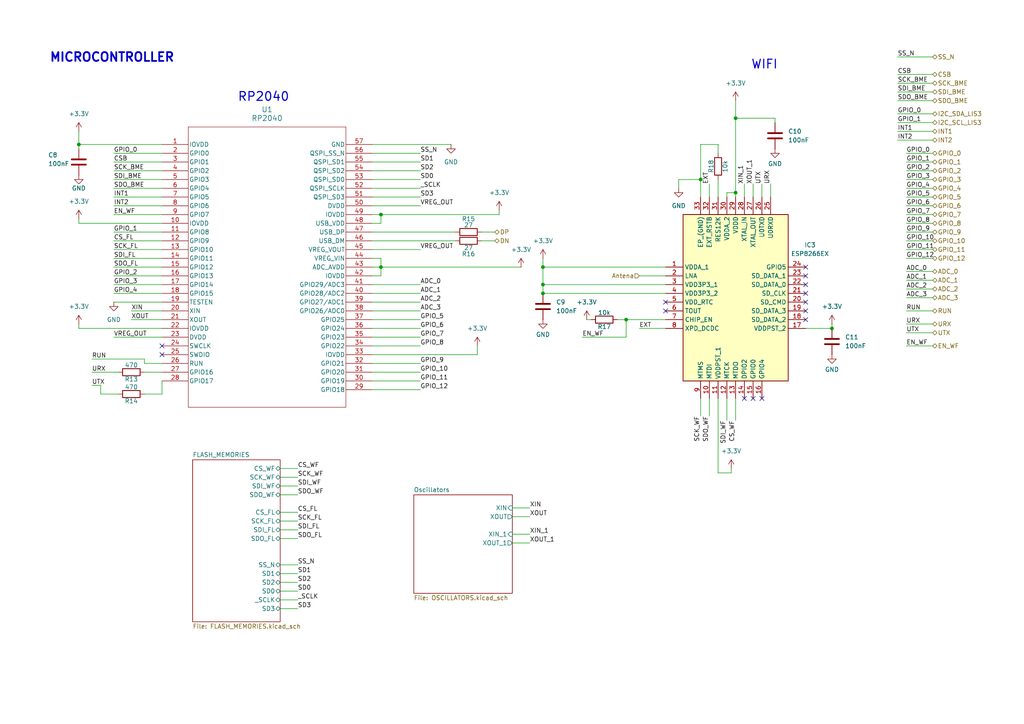
<source format=kicad_sch>
(kicad_sch (version 20250114) (generator "eeschema") (generator_version "9.0")
  (paper "A4")
  (lib_symbols
    (symbol "2025-03-27_17-58-44:RP2040" (pin_names (offset 0.254))
      (property "Reference" "U" (at 30.48 10.16 0))
      (property "Value" "RP2040" (at 30.48 7.62 0))
      (symbol "RP2040_0_1"
        (polyline (pts (xy 7.62 5.08) (xy 7.62 -76.2)) (stroke (width 0.127)))
        (polyline (pts (xy 7.62 -76.2) (xy 53.34 -76.2)) (stroke (width 0.127)))
        (polyline (pts (xy 53.34 5.08) (xy 7.62 5.08)) (stroke (width 0.127)))
        (polyline (pts (xy 53.34 -76.2) (xy 53.34 5.08)) (stroke (width 0.127)))
        (pin power_in line (at 0 0 0) (length 7.62) (name "IOVDD") (number "1"))
        (pin bidirectional line (at 0 -2.54 0) (length 7.62) (name "GPIO0") (number "2"))
        (pin bidirectional line (at 0 -5.08 0) (length 7.62) (name "GPIO1") (number "3"))
        (pin bidirectional line (at 0 -7.62 0) (length 7.62) (name "GPIO2") (number "4"))
        (pin bidirectional line (at 0 -10.16 0) (length 7.62) (name "GPIO3") (number "5"))
        (pin bidirectional line (at 0 -12.7 0) (length 7.62) (name "GPIO4") (number "6"))
        (pin bidirectional line (at 0 -15.24 0) (length 7.62) (name "GPIO5") (number "7"))
        (pin bidirectional line (at 0 -17.78 0) (length 7.62) (name "GPIO6") (number "8"))
        (pin bidirectional line (at 0 -20.32 0) (length 7.62) (name "GPIO7") (number "9"))
        (pin power_in line (at 0 -22.86 0) (length 7.62) (name "IOVDD") (number "10"))
        (pin bidirectional line (at 0 -25.4 0) (length 7.62) (name "GPIO8") (number "11"))
        (pin bidirectional line (at 0 -27.94 0) (length 7.62) (name "GPIO9") (number "12"))
        (pin bidirectional line (at 0 -30.48 0) (length 7.62) (name "GPIO10") (number "13"))
        (pin bidirectional line (at 0 -33.02 0) (length 7.62) (name "GPIO11") (number "14"))
        (pin bidirectional line (at 0 -35.56 0) (length 7.62) (name "GPIO12") (number "15"))
        (pin bidirectional line (at 0 -38.1 0) (length 7.62) (name "GPIO13") (number "16"))
        (pin bidirectional line (at 0 -40.64 0) (length 7.62) (name "GPIO14") (number "17"))
        (pin bidirectional line (at 0 -43.18 0) (length 7.62) (name "GPIO15") (number "18"))
        (pin unspecified line (at 0 -45.72 0) (length 7.62) (name "TESTEN") (number "19"))
        (pin unspecified line (at 0 -48.26 0) (length 7.62) (name "XIN") (number "20"))
        (pin output line (at 0 -50.8 0) (length 7.62) (name "XOUT") (number "21"))
        (pin power_in line (at 0 -53.34 0) (length 7.62) (name "IOVDD") (number "22"))
        (pin power_in line (at 0 -55.88 0) (length 7.62) (name "DVDD") (number "23"))
        (pin unspecified line (at 0 -58.42 0) (length 7.62) (name "SWCLK") (number "24"))
        (pin unspecified line (at 0 -60.96 0) (length 7.62) (name "SWDIO") (number "25"))
        (pin unspecified line (at 0 -63.5 0) (length 7.62) (name "RUN") (number "26"))
        (pin bidirectional line (at 0 -66.04 0) (length 7.62) (name "GPIO16") (number "27"))
        (pin bidirectional line (at 0 -68.58 0) (length 7.62) (name "GPIO17") (number "28"))
        (pin power_out line (at 60.96 0 180) (length 7.62) (name "GND") (number "57"))
        (pin unspecified line (at 60.96 -2.54 180) (length 7.62) (name "QSPI_SS_N") (number "56"))
        (pin bidirectional line (at 60.96 -5.08 180) (length 7.62) (name "QSPI_SD1") (number "55"))
        (pin bidirectional line (at 60.96 -7.62 180) (length 7.62) (name "QSPI_SD2") (number "54"))
        (pin bidirectional line (at 60.96 -10.16 180) (length 7.62) (name "QSPI_SD0") (number "53"))
        (pin unspecified line (at 60.96 -12.7 180) (length 7.62) (name "QSPI_SCLK") (number "52"))
        (pin bidirectional line (at 60.96 -15.24 180) (length 7.62) (name "QSPI_SD3") (number "51"))
        (pin power_in line (at 60.96 -17.78 180) (length 7.62) (name "DVDD") (number "50"))
        (pin power_in line (at 60.96 -20.32 180) (length 7.62) (name "IOVDD") (number "49"))
        (pin power_in line (at 60.96 -22.86 180) (length 7.62) (name "USB_VDD") (number "48"))
        (pin unspecified line (at 60.96 -25.4 180) (length 7.62) (name "USB_DP") (number "47"))
        (pin unspecified line (at 60.96 -27.94 180) (length 7.62) (name "USB_DM") (number "46"))
        (pin output line (at 60.96 -30.48 180) (length 7.62) (name "VREG_VOUT") (number "45"))
        (pin unspecified line (at 60.96 -33.02 180) (length 7.62) (name "VREG_VIN") (number "44"))
        (pin power_in line (at 60.96 -35.56 180) (length 7.62) (name "ADC_AVDD") (number "43"))
        (pin power_in line (at 60.96 -38.1 180) (length 7.62) (name "IOVDD") (number "42"))
        (pin bidirectional line (at 60.96 -40.64 180) (length 7.62) (name "GPIO29/ADC3") (number "41"))
        (pin bidirectional line (at 60.96 -43.18 180) (length 7.62) (name "GPIO28/ADC2") (number "40"))
        (pin bidirectional line (at 60.96 -45.72 180) (length 7.62) (name "GPIO27/ADC1") (number "39"))
        (pin bidirectional line (at 60.96 -48.26 180) (length 7.62) (name "GPIO26/ADC0") (number "38"))
        (pin bidirectional line (at 60.96 -50.8 180) (length 7.62) (name "GPIO25") (number "37"))
        (pin bidirectional line (at 60.96 -53.34 180) (length 7.62) (name "GPIO24") (number "36"))
        (pin bidirectional line (at 60.96 -55.88 180) (length 7.62) (name "GPIO23") (number "35"))
        (pin bidirectional line (at 60.96 -58.42 180) (length 7.62) (name "GPIO22") (number "34"))
        (pin power_in line (at 60.96 -60.96 180) (length 7.62) (name "IOVDD") (number "33"))
        (pin bidirectional line (at 60.96 -63.5 180) (length 7.62) (name "GPIO21") (number "32"))
        (pin bidirectional line (at 60.96 -66.04 180) (length 7.62) (name "GPIO20") (number "31"))
        (pin bidirectional line (at 60.96 -68.58 180) (length 7.62) (name "GPIO19") (number "30"))
        (pin bidirectional line (at 60.96 -71.12 180) (length 7.62) (name "GPIO18") (number "29"))
      )
    )
    (symbol "Device:C" (pin_numbers (hide yes)) (pin_names (offset 0.254))
      (property "Reference" "C" (at 0.635 2.54 0))
      (property "Value" "C" (at 0.635 -2.54 0))
      (symbol "C_0_1"
        (polyline (pts (xy -2.032 0.762) (xy 2.032 0.762)) (stroke (width 0.508)))
        (polyline (pts (xy -2.032 -0.762) (xy 2.032 -0.762)) (stroke (width 0.508)))
      )
      (symbol "C_1_1"
        (pin passive line (at 0 3.81 270) (length 2.794) (name "~") (number "1"))
        (pin passive line (at 0 -3.81 90) (length 2.794) (name "~") (number "2"))
      )
    )
    (symbol "Device:R" (pin_numbers (hide yes)) (pin_names (offset 0))
      (property "Reference" "R" (at 2.032 0 90))
      (property "Value" "R" (at 0 0 90))
      (symbol "R_0_1"
        (rectangle (start -1.016 -2.54) (end 1.016 2.54) (stroke (width 0.254)))
      )
      (symbol "R_1_1"
        (pin passive line (at 0 3.81 270) (length 1.27) (name "~") (number "1"))
        (pin passive line (at 0 -3.81 90) (length 1.27) (name "~") (number "2"))
      )
    )
    (symbol "ESP8266EX:ESP8266EX"
      (property "Reference" "IC" (at 36.83 20.32 0))
      (property "Value" "ESP8266EX" (at 36.83 17.78 0))
      (symbol "ESP8266EX_1_1"
        (rectangle (start 5.08 15.24) (end 35.56 -33.02) (stroke (width 0.254)) (fill (type background)))
        (pin passive line (at 0 0 0) (length 5.08) (name "VDDA_1") (number "1"))
        (pin passive line (at 0 -2.54 0) (length 5.08) (name "LNA") (number "2"))
        (pin passive line (at 0 -5.08 0) (length 5.08) (name "VDD3P3_1") (number "3"))
        (pin passive line (at 0 -7.62 0) (length 5.08) (name "VDD3P3_2") (number "4"))
        (pin passive line (at 0 -10.16 0) (length 5.08) (name "VDD_RTC") (number "5"))
        (pin passive line (at 0 -12.7 0) (length 5.08) (name "TOUT") (number "6"))
        (pin passive line (at 0 -15.24 0) (length 5.08) (name "CHIP_EN") (number "7"))
        (pin passive line (at 0 -17.78 0) (length 5.08) (name "XPD_DCDC") (number "8"))
        (pin passive line (at 10.16 20.32 270) (length 5.08) (name "EP_(GND)") (number "33"))
        (pin passive line (at 10.16 -38.1 90) (length 5.08) (name "MTMS") (number "9"))
        (pin passive line (at 12.7 20.32 270) (length 5.08) (name "EXT_RSTB") (number "32"))
        (pin passive line (at 12.7 -38.1 90) (length 5.08) (name "MTDI") (number "10"))
        (pin passive line (at 15.24 20.32 270) (length 5.08) (name "RES12K") (number "31"))
        (pin passive line (at 15.24 -38.1 90) (length 5.08) (name "VDDPST_1") (number "11"))
        (pin passive line (at 17.78 20.32 270) (length 5.08) (name "VDDA_2") (number "30"))
        (pin passive line (at 17.78 -38.1 90) (length 5.08) (name "MTCK") (number "12"))
        (pin passive line (at 20.32 20.32 270) (length 5.08) (name "VDDD") (number "29"))
        (pin passive line (at 20.32 -38.1 90) (length 5.08) (name "MTDO") (number "13"))
        (pin passive line (at 22.86 20.32 270) (length 5.08) (name "XTAL_IN") (number "28"))
        (pin passive line (at 22.86 -38.1 90) (length 5.08) (name "DPIO2") (number "14"))
        (pin passive line (at 25.4 20.32 270) (length 5.08) (name "XTAL_OUT") (number "27"))
        (pin passive line (at 25.4 -38.1 90) (length 5.08) (name "GPIO0") (number "15"))
        (pin passive line (at 27.94 20.32 270) (length 5.08) (name "U0TXD") (number "26"))
        (pin passive line (at 27.94 -38.1 90) (length 5.08) (name "GPIO4") (number "16"))
        (pin passive line (at 30.48 20.32 270) (length 5.08) (name "U0RXD") (number "25"))
        (pin passive line (at 40.64 0 180) (length 5.08) (name "GPIO5") (number "24"))
        (pin passive line (at 40.64 -2.54 180) (length 5.08) (name "SD_DATA_1") (number "23"))
        (pin passive line (at 40.64 -5.08 180) (length 5.08) (name "SD_DATA_0") (number "22"))
        (pin passive line (at 40.64 -7.62 180) (length 5.08) (name "SD_CLK") (number "21"))
        (pin passive line (at 40.64 -10.16 180) (length 5.08) (name "SD_CMD") (number "20"))
        (pin passive line (at 40.64 -12.7 180) (length 5.08) (name "SD_DATA_3") (number "19"))
        (pin passive line (at 40.64 -15.24 180) (length 5.08) (name "SD_DATA_2") (number "18"))
        (pin passive line (at 40.64 -17.78 180) (length 5.08) (name "VDDPST_2") (number "17"))
      )
    )
    (symbol "power:+3.3V" (power) (pin_numbers (hide yes)) (pin_names (offset 0) (hide yes))
      (property "Value" "+3.3V" (at 0 3.556 0))
      (symbol "+3.3V_0_1"
        (polyline (pts (xy -0.762 1.27) (xy 0 2.54)))
        (polyline (pts (xy 0 2.54) (xy 0.762 1.27)))
        (polyline (pts (xy 0 0) (xy 0 2.54)))
      )
      (symbol "+3.3V_1_1"
        (pin power_in line (at 0 0 90) (length 0) (name "~") (number "1"))
      )
    )
    (symbol "power:GND" (power) (pin_numbers (hide yes)) (pin_names (offset 0) (hide yes))
      (property "Value" "GND" (at 0 -3.81 0))
      (symbol "GND_0_1"
        (polyline (pts (xy 0 0) (xy 0 -1.27) (xy 1.27 -1.27) (xy 0 -2.54) (xy -1.27 -1.27) (xy 0 -1.27)))
      )
      (symbol "GND_1_1"
        (pin power_in line (at 0 0 270) (length 0) (name "~") (number "1"))
      )
    )
  )
  (text "MICROCONTROLLER" (exclude_from_sim yes) (at 32.512 16.764 0) (effects (font (size 2.54 2.54) (thickness 0.508) (bold yes))))
  (text "RP2040" (exclude_from_sim yes) (at 76.454 28.194 0) (effects (font (size 2.54 2.54) (thickness 0.3175))))
  (text "WIFI\n" (exclude_from_sim yes) (at 221.742 18.796 0) (effects (font (size 2.54 2.54) (thickness 0.3175))))
  (junction (at 181.61 92.71))
  (junction (at 110.49 77.47))
  (junction (at 213.36 34.29))
  (junction (at 203.2 52.07))
  (junction (at 157.48 82.55))
  (junction (at 22.86 41.91))
  (junction (at 213.36 55.88))
  (junction (at 110.49 62.23))
  (junction (at 157.48 85.09))
  (junction (at 157.48 77.47))
  (junction (at 241.3 95.25))
  (no_connect (at 193.04 87.63))
  (no_connect (at 233.68 92.71))
  (no_connect (at 46.99 102.87))
  (no_connect (at 233.68 77.47))
  (no_connect (at 46.99 100.33))
  (no_connect (at 215.9 115.57))
  (no_connect (at 220.98 115.57))
  (no_connect (at 233.68 80.01))
  (no_connect (at 233.68 90.17))
  (no_connect (at 233.68 85.09))
  (no_connect (at 193.04 90.17))
  (no_connect (at 233.68 87.63))
  (no_connect (at 233.68 82.55))
  (no_connect (at 218.44 115.57))
  (wire (pts (xy 38.1 90.17) (xy 46.99 90.17)))
  (wire (pts (xy 262.89 83.82) (xy 270.51 83.82)))
  (wire (pts (xy 107.95 107.95) (xy 121.92 107.95)))
  (wire (pts (xy 41.91 107.95) (xy 46.99 107.95)))
  (wire (pts (xy 33.02 46.99) (xy 46.99 46.99)))
  (wire (pts (xy 138.43 100.33) (xy 138.43 102.87)))
  (wire (pts (xy 107.95 90.17) (xy 121.92 90.17)))
  (wire (pts (xy 86.36 173.99) (xy 81.28 173.99)))
  (wire (pts (xy 153.67 157.48) (xy 148.59 157.48)))
  (wire (pts (xy 220.98 53.34) (xy 220.98 57.15)))
  (wire (pts (xy 260.35 40.64) (xy 270.51 40.64)))
  (wire (pts (xy 110.49 62.23) (xy 144.78 62.23)))
  (wire (pts (xy 210.82 55.88) (xy 213.36 55.88)))
  (wire (pts (xy 22.86 95.25) (xy 46.99 95.25)))
  (wire (pts (xy 107.95 41.91) (xy 130.81 41.91)))
  (wire (pts (xy 110.49 77.47) (xy 151.13 77.47)))
  (wire (pts (xy 208.28 115.57) (xy 208.28 137.16)))
  (wire (pts (xy 262.89 90.17) (xy 270.51 90.17)))
  (wire (pts (xy 262.89 100.33) (xy 270.51 100.33)))
  (wire (pts (xy 107.95 46.99) (xy 121.92 46.99)))
  (wire (pts (xy 208.28 52.07) (xy 208.28 57.15)))
  (wire (pts (xy 181.61 97.79) (xy 181.61 92.71)))
  (wire (pts (xy 26.67 104.14) (xy 41.91 104.14)))
  (wire (pts (xy 170.18 92.71) (xy 171.45 92.71)))
  (wire (pts (xy 203.2 41.91) (xy 203.2 52.07)))
  (wire (pts (xy 212.09 137.16) (xy 212.09 135.89)))
  (wire (pts (xy 210.82 55.88) (xy 210.82 57.15)))
  (wire (pts (xy 262.89 74.93) (xy 270.51 74.93)))
  (wire (pts (xy 260.35 26.67) (xy 270.51 26.67)))
  (wire (pts (xy 208.28 41.91) (xy 203.2 41.91)))
  (wire (pts (xy 107.95 77.47) (xy 110.49 77.47)))
  (wire (pts (xy 205.74 120.65) (xy 205.74 115.57)))
  (wire (pts (xy 41.91 105.41) (xy 46.99 105.41)))
  (wire (pts (xy 139.7 69.85) (xy 143.51 69.85)))
  (wire (pts (xy 107.95 69.85) (xy 132.08 69.85)))
  (wire (pts (xy 270.51 93.98) (xy 262.89 93.98)))
  (wire (pts (xy 208.28 41.91) (xy 208.28 44.45)))
  (wire (pts (xy 262.89 46.99) (xy 270.51 46.99)))
  (wire (pts (xy 107.95 92.71) (xy 121.92 92.71)))
  (wire (pts (xy 185.42 80.01) (xy 193.04 80.01)))
  (wire (pts (xy 262.89 81.28) (xy 270.51 81.28)))
  (wire (pts (xy 107.95 105.41) (xy 121.92 105.41)))
  (wire (pts (xy 107.95 74.93) (xy 110.49 74.93)))
  (wire (pts (xy 262.89 57.15) (xy 270.51 57.15)))
  (wire (pts (xy 86.36 143.51) (xy 81.28 143.51)))
  (wire (pts (xy 260.35 24.13) (xy 270.51 24.13)))
  (wire (pts (xy 262.89 62.23) (xy 270.51 62.23)))
  (wire (pts (xy 262.89 72.39) (xy 270.51 72.39)))
  (wire (pts (xy 260.35 16.51) (xy 270.51 16.51)))
  (wire (pts (xy 33.02 80.01) (xy 46.99 80.01)))
  (wire (pts (xy 107.95 72.39) (xy 121.92 72.39)))
  (wire (pts (xy 107.95 110.49) (xy 121.92 110.49)))
  (wire (pts (xy 107.95 85.09) (xy 121.92 85.09)))
  (wire (pts (xy 241.3 93.98) (xy 241.3 95.25)))
  (wire (pts (xy 86.36 151.13) (xy 81.28 151.13)))
  (wire (pts (xy 33.02 49.53) (xy 46.99 49.53)))
  (wire (pts (xy 223.52 53.34) (xy 223.52 57.15)))
  (wire (pts (xy 22.86 38.1) (xy 22.86 41.91)))
  (wire (pts (xy 26.67 107.95) (xy 34.29 107.95)))
  (wire (pts (xy 33.02 62.23) (xy 46.99 62.23)))
  (wire (pts (xy 29.21 114.3) (xy 34.29 114.3)))
  (wire (pts (xy 262.89 52.07) (xy 270.51 52.07)))
  (wire (pts (xy 22.86 41.91) (xy 46.99 41.91)))
  (wire (pts (xy 153.67 149.86) (xy 148.59 149.86)))
  (wire (pts (xy 33.02 52.07) (xy 46.99 52.07)))
  (wire (pts (xy 86.36 168.91) (xy 81.28 168.91)))
  (wire (pts (xy 157.48 85.09) (xy 157.48 82.55)))
  (wire (pts (xy 33.02 69.85) (xy 46.99 69.85)))
  (wire (pts (xy 86.36 138.43) (xy 81.28 138.43)))
  (wire (pts (xy 107.95 67.31) (xy 132.08 67.31)))
  (wire (pts (xy 33.02 77.47) (xy 46.99 77.47)))
  (wire (pts (xy 196.85 52.07) (xy 196.85 54.61)))
  (wire (pts (xy 215.9 53.34) (xy 215.9 57.15)))
  (wire (pts (xy 86.36 148.59) (xy 81.28 148.59)))
  (wire (pts (xy 262.89 54.61) (xy 270.51 54.61)))
  (wire (pts (xy 260.35 38.1) (xy 270.51 38.1)))
  (wire (pts (xy 185.42 95.25) (xy 193.04 95.25)))
  (wire (pts (xy 22.86 63.5) (xy 22.86 64.77)))
  (wire (pts (xy 33.02 44.45) (xy 46.99 44.45)))
  (wire (pts (xy 196.85 52.07) (xy 203.2 52.07)))
  (wire (pts (xy 262.89 44.45) (xy 270.51 44.45)))
  (wire (pts (xy 168.91 97.79) (xy 181.61 97.79)))
  (wire (pts (xy 262.89 69.85) (xy 270.51 69.85)))
  (wire (pts (xy 260.35 35.56) (xy 270.51 35.56)))
  (wire (pts (xy 260.35 21.59) (xy 270.51 21.59)))
  (wire (pts (xy 107.95 44.45) (xy 121.92 44.45)))
  (wire (pts (xy 153.67 147.32) (xy 148.59 147.32)))
  (wire (pts (xy 46.99 114.3) (xy 46.99 110.49)))
  (wire (pts (xy 107.95 97.79) (xy 121.92 97.79)))
  (wire (pts (xy 213.36 121.92) (xy 213.36 115.57)))
  (wire (pts (xy 22.86 93.98) (xy 22.86 95.25)))
  (wire (pts (xy 107.95 102.87) (xy 138.43 102.87)))
  (wire (pts (xy 205.74 53.34) (xy 205.74 57.15)))
  (wire (pts (xy 157.48 77.47) (xy 157.48 82.55)))
  (wire (pts (xy 157.48 85.09) (xy 193.04 85.09)))
  (wire (pts (xy 107.95 113.03) (xy 121.92 113.03)))
  (wire (pts (xy 203.2 120.65) (xy 203.2 115.57)))
  (wire (pts (xy 157.48 82.55) (xy 193.04 82.55)))
  (wire (pts (xy 26.67 111.76) (xy 29.21 111.76)))
  (wire (pts (xy 22.86 64.77) (xy 46.99 64.77)))
  (wire (pts (xy 110.49 62.23) (xy 110.49 64.77)))
  (wire (pts (xy 218.44 53.34) (xy 218.44 57.15)))
  (wire (pts (xy 262.89 86.36) (xy 270.51 86.36)))
  (wire (pts (xy 212.09 137.16) (xy 208.28 137.16)))
  (wire (pts (xy 107.95 52.07) (xy 121.92 52.07)))
  (wire (pts (xy 107.95 100.33) (xy 121.92 100.33)))
  (wire (pts (xy 33.02 72.39) (xy 46.99 72.39)))
  (wire (pts (xy 203.2 52.07) (xy 203.2 57.15)))
  (wire (pts (xy 107.95 95.25) (xy 121.92 95.25)))
  (wire (pts (xy 33.02 54.61) (xy 46.99 54.61)))
  (wire (pts (xy 86.36 166.37) (xy 81.28 166.37)))
  (wire (pts (xy 107.95 49.53) (xy 121.92 49.53)))
  (wire (pts (xy 33.02 74.93) (xy 46.99 74.93)))
  (wire (pts (xy 86.36 171.45) (xy 81.28 171.45)))
  (wire (pts (xy 33.02 57.15) (xy 46.99 57.15)))
  (wire (pts (xy 86.36 153.67) (xy 81.28 153.67)))
  (wire (pts (xy 144.78 60.96) (xy 144.78 62.23)))
  (wire (pts (xy 33.02 59.69) (xy 46.99 59.69)))
  (wire (pts (xy 110.49 74.93) (xy 110.49 77.47)))
  (wire (pts (xy 41.91 104.14) (xy 41.91 105.41)))
  (wire (pts (xy 107.95 59.69) (xy 121.92 59.69)))
  (wire (pts (xy 107.95 54.61) (xy 121.92 54.61)))
  (wire (pts (xy 110.49 77.47) (xy 110.49 80.01)))
  (wire (pts (xy 107.95 62.23) (xy 110.49 62.23)))
  (wire (pts (xy 179.07 92.71) (xy 181.61 92.71)))
  (wire (pts (xy 262.89 49.53) (xy 270.51 49.53)))
  (wire (pts (xy 33.02 85.09) (xy 46.99 85.09)))
  (wire (pts (xy 33.02 67.31) (xy 46.99 67.31)))
  (wire (pts (xy 107.95 80.01) (xy 110.49 80.01)))
  (wire (pts (xy 86.36 156.21) (xy 81.28 156.21)))
  (wire (pts (xy 210.82 121.92) (xy 210.82 115.57)))
  (wire (pts (xy 107.95 82.55) (xy 121.92 82.55)))
  (wire (pts (xy 260.35 29.21) (xy 270.51 29.21)))
  (wire (pts (xy 107.95 87.63) (xy 121.92 87.63)))
  (wire (pts (xy 233.68 95.25) (xy 241.3 95.25)))
  (wire (pts (xy 107.95 57.15) (xy 121.92 57.15)))
  (wire (pts (xy 33.02 82.55) (xy 46.99 82.55)))
  (wire (pts (xy 33.02 97.79) (xy 46.99 97.79)))
  (wire (pts (xy 86.36 176.53) (xy 81.28 176.53)))
  (wire (pts (xy 86.36 163.83) (xy 81.28 163.83)))
  (wire (pts (xy 262.89 78.74) (xy 270.51 78.74)))
  (wire (pts (xy 22.86 41.91) (xy 22.86 43.18)))
  (wire (pts (xy 213.36 57.15) (xy 213.36 55.88)))
  (wire (pts (xy 213.36 34.29) (xy 213.36 55.88)))
  (wire (pts (xy 157.48 74.93) (xy 157.48 77.47)))
  (wire (pts (xy 29.21 111.76) (xy 29.21 114.3)))
  (wire (pts (xy 153.67 154.94) (xy 148.59 154.94)))
  (wire (pts (xy 262.89 67.31) (xy 270.51 67.31)))
  (wire (pts (xy 86.36 140.97) (xy 81.28 140.97)))
  (wire (pts (xy 86.36 135.89) (xy 81.28 135.89)))
  (wire (pts (xy 213.36 34.29) (xy 224.79 34.29)))
  (wire (pts (xy 262.89 59.69) (xy 270.51 59.69)))
  (wire (pts (xy 270.51 96.52) (xy 262.89 96.52)))
  (wire (pts (xy 38.1 92.71) (xy 46.99 92.71)))
  (wire (pts (xy 107.95 64.77) (xy 110.49 64.77)))
  (wire (pts (xy 224.79 35.56) (xy 224.79 34.29)))
  (wire (pts (xy 260.35 33.02) (xy 270.51 33.02)))
  (wire (pts (xy 157.48 77.47) (xy 193.04 77.47)))
  (wire (pts (xy 213.36 29.21) (xy 213.36 34.29)))
  (wire (pts (xy 181.61 92.71) (xy 193.04 92.71)))
  (wire (pts (xy 33.02 87.63) (xy 46.99 87.63)))
  (wire (pts (xy 139.7 67.31) (xy 143.51 67.31)))
  (wire (pts (xy 262.89 64.77) (xy 270.51 64.77)))
  (wire (pts (xy 41.91 114.3) (xy 46.99 114.3)))
  (label "SD2" (at 86.36 168.91 0))
  (label "XIN" (at 153.67 147.32 0))
  (label "XOUT_1" (at 153.67 157.48 0))
  (label "GPIO_3" (at 262.89 52.07 0))
  (label "SD3" (at 121.92 57.15 0))
  (label "ADC_2" (at 262.89 83.82 0))
  (label "SS_N" (at 121.92 44.45 0))
  (label "SD3" (at 86.36 176.53 0))
  (label "RUN" (at 262.89 90.17 0))
  (label "URX" (at 223.52 53.34 90))
  (label "SCK_FL" (at 33.02 72.39 0))
  (label "CS_FL" (at 86.36 148.59 0))
  (label "GPIO_9" (at 121.92 105.41 0))
  (label "EN_WF" (at 262.89 100.33 0))
  (label "INT2" (at 260.35 40.64 0))
  (label "GPIO_10" (at 262.89 69.85 0))
  (label "SD0" (at 86.36 171.45 0))
  (label "SS_N" (at 260.35 16.51 0))
  (label "SDO_WF" (at 86.36 143.51 0))
  (label "GPIO_11" (at 262.89 72.39 0))
  (label "SDI_FL" (at 86.36 153.67 0))
  (label "GPIO_12" (at 121.92 113.03 0))
  (label "SCK_FL" (at 86.36 151.13 0))
  (label "UTX" (at 262.89 96.52 0))
  (label "VREG_OUT" (at 121.92 59.69 0))
  (label "INT2" (at 33.02 59.69 0))
  (label "GPIO_2" (at 262.89 49.53 0))
  (label "SCK_WF" (at 203.2 120.65 270))
  (label "XOUT" (at 153.67 149.86 0))
  (label "SD2" (at 121.92 49.53 0))
  (label "XIN_1" (at 153.67 154.94 0))
  (label "XIN" (at 38.1 90.17 0))
  (label "GPIO_8" (at 262.89 64.77 0))
  (label "URX" (at 262.89 93.98 0))
  (label "SCK_BME" (at 260.35 24.13 0))
  (label "CSB" (at 33.02 46.99 0))
  (label "SDO_BME" (at 33.02 54.61 0))
  (label "EN_WF" (at 168.91 97.79 0))
  (label "_SCLK" (at 121.92 54.61 0))
  (label "SDI_WF" (at 210.82 121.92 270))
  (label "CS_WF" (at 213.36 121.92 270))
  (label "SDO_FL" (at 86.36 156.21 0))
  (label "SS_N" (at 86.36 163.83 0))
  (label "GPIO_11" (at 121.92 110.49 0))
  (label "SDI_FL" (at 33.02 74.93 0))
  (label "EN_WF" (at 33.02 62.23 0))
  (label "GPIO_0" (at 33.02 44.45 0))
  (label "ADC_1" (at 121.92 85.09 0))
  (label "EXT" (at 185.42 95.25 0))
  (label "UTX" (at 26.67 111.76 0))
  (label "ADC_3" (at 121.92 90.17 0))
  (label "SCK_WF" (at 86.36 138.43 0))
  (label "GPIO_6" (at 262.89 59.69 0))
  (label "ADC_3" (at 262.89 86.36 0))
  (label "GPIO_8" (at 121.92 100.33 0))
  (label "GPIO_5" (at 262.89 57.15 0))
  (label "XOUT" (at 38.1 92.71 0))
  (label "GPIO_0" (at 262.89 44.45 0))
  (label "ADC_0" (at 121.92 82.55 0))
  (label "CS_FL" (at 33.02 69.85 0))
  (label "ADC_2" (at 121.92 87.63 0))
  (label "VREG_OUT" (at 121.92 72.39 0))
  (label "_SCLK" (at 86.36 173.99 0))
  (label "SDI_BME" (at 33.02 52.07 0))
  (label "GPIO_2" (at 33.02 80.01 0))
  (label "SDI_WF" (at 86.36 140.97 0))
  (label "GPIO_3" (at 33.02 82.55 0))
  (label "SDO_BME" (at 260.35 29.21 0))
  (label "GPIO_1" (at 33.02 67.31 0))
  (label "CS_WF" (at 86.36 135.89 0))
  (label "SDI_BME" (at 260.35 26.67 0))
  (label "GPIO_0" (at 260.35 33.02 0))
  (label "GPIO_6" (at 121.92 95.25 0))
  (label "SCK_BME" (at 33.02 49.53 0))
  (label "EXT" (at 205.74 53.34 90))
  (label "GPIO_10" (at 121.92 107.95 0))
  (label "GPIO_7" (at 262.89 62.23 0))
  (label "ADC_0" (at 262.89 78.74 0))
  (label "URX" (at 26.67 107.95 0))
  (label "XOUT_1" (at 218.44 53.34 90))
  (label "XIN_1" (at 215.9 53.34 90))
  (label "GPIO_4" (at 262.89 54.61 0))
  (label "SD0" (at 121.92 52.07 0))
  (label "SDO_WF" (at 205.74 120.65 270))
  (label "INT1" (at 33.02 57.15 0))
  (label "GPIO_12" (at 262.89 74.93 0))
  (label "UTX" (at 220.98 53.34 90))
  (label "GPIO_4" (at 33.02 85.09 0))
  (label "GPIO_1" (at 262.89 46.99 0))
  (label "GPIO_7" (at 121.92 97.79 0))
  (label "VREG_OUT" (at 33.02 97.79 0))
  (label "RUN" (at 26.67 104.14 0))
  (label "GPIO_5" (at 121.92 92.71 0))
  (label "ADC_1" (at 262.89 81.28 0))
  (label "GPIO_1" (at 260.35 35.56 0))
  (label "SD1" (at 86.36 166.37 0))
  (label "SDO_FL" (at 33.02 77.47 0))
  (label "SD1" (at 121.92 46.99 0))
  (label "INT1" (at 260.35 38.1 0))
  (label "CSB" (at 260.35 21.59 0))
  (label "GPIO_9" (at 262.89 67.31 0))
  (hierarchical_label "GPIO_5" (shape bidirectional) (at 270.51 57.15 0))
  (hierarchical_label "GPIO_0" (shape bidirectional) (at 270.51 44.45 0))
  (hierarchical_label "GPIO_10" (shape bidirectional) (at 270.51 69.85 0))
  (hierarchical_label "GPIO_3" (shape bidirectional) (at 270.51 52.07 0))
  (hierarchical_label "DN" (shape bidirectional) (at 143.51 69.85 0))
  (hierarchical_label "GPIO_9" (shape bidirectional) (at 270.51 67.31 0))
  (hierarchical_label "Antena" (shape input) (at 185.42 80.01 180))
  (hierarchical_label "RUN" (shape bidirectional) (at 270.51 90.17 0))
  (hierarchical_label "INT2" (shape bidirectional) (at 270.51 40.64 0))
  (hierarchical_label "GPIO_11" (shape bidirectional) (at 270.51 72.39 0))
  (hierarchical_label "GPIO_2" (shape bidirectional) (at 270.51 49.53 0))
  (hierarchical_label "I2C_SDA_LIS3" (shape bidirectional) (at 270.51 33.02 0))
  (hierarchical_label "GPIO_4" (shape bidirectional) (at 270.51 54.61 0))
  (hierarchical_label "GPIO_12" (shape bidirectional) (at 270.51 74.93 0))
  (hierarchical_label "GPIO_6" (shape bidirectional) (at 270.51 59.69 0))
  (hierarchical_label "GPIO_7" (shape bidirectional) (at 270.51 62.23 0))
  (hierarchical_label "SS_N" (shape bidirectional) (at 270.51 16.51 0))
  (hierarchical_label "DP" (shape bidirectional) (at 143.51 67.31 0))
  (hierarchical_label "SDO_BME" (shape bidirectional) (at 270.51 29.21 0))
  (hierarchical_label "GPIO_1" (shape bidirectional) (at 270.51 46.99 0))
  (hierarchical_label "URX" (shape bidirectional) (at 270.51 93.98 0))
  (hierarchical_label "ADC_3" (shape bidirectional) (at 270.51 86.36 0))
  (hierarchical_label "UTX" (shape bidirectional) (at 270.51 96.52 0))
  (hierarchical_label "EN_WF" (shape bidirectional) (at 270.51 100.33 0))
  (hierarchical_label "I2C_SCL_LIS3" (shape bidirectional) (at 270.51 35.56 0))
  (hierarchical_label "SCK_BME" (shape bidirectional) (at 270.51 24.13 0))
  (hierarchical_label "CSB" (shape bidirectional) (at 270.51 21.59 0))
  (hierarchical_label "INT1" (shape bidirectional) (at 270.51 38.1 0))
  (hierarchical_label "ADC_0" (shape bidirectional) (at 270.51 78.74 0))
  (hierarchical_label "ADC_2" (shape bidirectional) (at 270.51 83.82 0))
  (hierarchical_label "ADC_1" (shape bidirectional) (at 270.51 81.28 0))
  (hierarchical_label "SDI_BME" (shape bidirectional) (at 270.51 26.67 0))
  (hierarchical_label "GPIO_8" (shape bidirectional) (at 270.51 64.77 0))
  (symbol (lib_id "power:+3.3V") (at 22.86 93.98 0) (unit 1)
    (property "Reference" "#PWR043" (effects (hide yes)))
    (property "Value" "+3.3V" (at 22.86 88.9 0))
    (property "Description" "Power symbol creates a global label with name \"+3.3V\"" (effects (hide yes)))
  )
  (symbol (lib_id "power:+3.3V") (at 22.86 38.1 0) (unit 1)
    (property "Reference" "#PWR040" (effects (hide yes)))
    (property "Value" "+3.3V" (at 22.86 33.02 0))
    (property "Description" "Power symbol creates a global label with name \"+3.3V\"" (effects (hide yes)))
  )
  (symbol (lib_id "Device:R") (at 38.1 107.95 270) (unit 1)
    (property "Reference" "R13" (at 38.1 109.982 90))
    (property "Value" "470" (at 38.1 105.918 90))
    (property "Footprint" "CRCW120625R5FKEAHP:RESC3116X65N" (effects (hide yes)))
    (property "Description" "Resistor" (effects (hide yes)))
  )
  (symbol (lib_id "power:GND") (at 130.81 41.91 0) (unit 1)
    (property "Reference" "#PWR045" (effects (hide yes)))
    (property "Value" "GND" (at 130.81 46.99 0))
    (property "Description" "Power symbol creates a global label with name \"GND\" , ground" (effects (hide yes)))
  )
  (symbol (lib_id "Device:C") (at 157.48 88.9 0) (unit 1)
    (property "Reference" "C9" (at 161.29 87.6299 0) (effects (justify left)))
    (property "Value" "100nF" (at 161.29 90.1699 0) (effects (justify left)))
    (property "Footprint" "C3216C0G2J102G085AA:CAPC3216X180N" (effects (hide yes)))
    (property "Description" "Unpolarized capacitor" (effects (hide yes)))
  )
  (symbol (lib_id "Device:R") (at 135.89 69.85 90) (unit 1)
    (property "Reference" "R16" (at 135.89 73.66 90))
    (property "Value" "27" (at 135.89 71.882 90))
    (property "Footprint" "CRCW120625R5FKEAHP:RESC3116X65N" (effects (hide yes)))
    (property "Description" "Resistor" (effects (hide yes)))
  )
  (symbol (lib_id "power:+3.3V") (at 138.43 100.33 0) (unit 1)
    (property "Reference" "#PWR046" (effects (hide yes)))
    (property "Value" "+3.3V" (at 138.43 95.25 0))
    (property "Description" "Power symbol creates a global label with name \"+3.3V\"" (effects (hide yes)))
  )
  (symbol (lib_id "power:GND") (at 33.02 87.63 0) (unit 1)
    (property "Reference" "#PWR044" (effects (hide yes)))
    (property "Value" "GND" (at 33.02 92.71 0))
    (property "Description" "Power symbol creates a global label with name \"GND\" , ground" (effects (hide yes)))
  )
  (symbol (lib_id "power:+3.3V") (at 212.09 135.89 0) (unit 1)
    (property "Reference" "#PWR053" (effects (hide yes)))
    (property "Value" "+3.3V" (at 212.09 130.81 0))
    (property "Description" "Power symbol creates a global label with name \"+3.3V\"" (effects (hide yes)))
  )
  (symbol (lib_id "power:+3.3V") (at 157.48 74.93 0) (unit 1)
    (property "Reference" "#PWR049" (effects (hide yes)))
    (property "Value" "+3.3V" (at 157.48 69.85 0))
    (property "Description" "Power symbol creates a global label with name \"+3.3V\"" (effects (hide yes)))
  )
  (symbol (lib_id "2025-03-27_17-58-44:RP2040") (at 46.99 41.91 0) (unit 1)
    (property "Reference" "U1" (at 77.47 31.75 0) (effects (font (size 1.524 1.524))))
    (property "Value" "RP2040" (at 77.47 34.29 0) (effects (font (size 1.524 1.524))))
    (property "Footprint" "footprints:IC57_RP2040" (effects (hide yes)))
    (property "Datasheet" "RP2040" (effects (hide yes)))
  )
  (symbol (lib_id "Device:C") (at 224.79 39.37 0) (unit 1)
    (property "Reference" "C10" (at 228.6 38.0999 0) (effects (justify left)))
    (property "Value" "100nF" (at 228.6 40.6399 0) (effects (justify left)))
    (property "Footprint" "C3216C0G2J102G085AA:CAPC3216X180N" (effects (hide yes)))
    (property "Description" "Unpolarized capacitor" (effects (hide yes)))
  )
  (symbol (lib_id "power:GND") (at 196.85 54.61 0) (unit 1)
    (property "Reference" "#PWR052" (effects (hide yes)))
    (property "Value" "GND" (at 196.85 59.69 0))
    (property "Description" "Power symbol creates a global label with name \"GND\" , ground" (effects (hide yes)))
  )
  (symbol (lib_id "power:+3.3V") (at 241.3 93.98 0) (unit 1)
    (property "Reference" "#PWR056" (effects (hide yes)))
    (property "Value" "+3.3V" (at 241.3 88.9 0))
    (property "Description" "Power symbol creates a global label with name \"+3.3V\"" (effects (hide yes)))
  )
  (symbol (lib_id "power:+3.3V") (at 144.78 60.96 0) (unit 1)
    (property "Reference" "#PWR047" (effects (hide yes)))
    (property "Value" "+3.3V" (at 144.78 55.88 0))
    (property "Description" "Power symbol creates a global label with name \"+3.3V\"" (effects (hide yes)))
  )
  (symbol (lib_id "Device:R") (at 38.1 114.3 270) (unit 1)
    (property "Reference" "R14" (at 38.1 116.332 90))
    (property "Value" "470" (at 38.1 112.268 90))
    (property "Footprint" "CRCW120625R5FKEAHP:RESC3116X65N" (effects (hide yes)))
    (property "Description" "Resistor" (effects (hide yes)))
  )
  (symbol (lib_id "power:+3.3V") (at 170.18 92.71 0) (unit 1)
    (property "Reference" "#PWR051" (effects (hide yes)))
    (property "Value" "+3.3V" (at 170.18 87.63 0))
    (property "Description" "Power symbol creates a global label with name \"+3.3V\"" (effects (hide yes)))
  )
  (symbol (lib_id "Device:R") (at 135.89 67.31 90) (unit 1)
    (property "Reference" "R15" (at 135.89 63.5 90))
    (property "Value" "27" (at 135.89 65.278 90))
    (property "Footprint" "CRCW120625R5FKEAHP:RESC3116X65N" (effects (hide yes)))
    (property "Description" "Resistor" (effects (hide yes)))
  )
  (symbol (lib_id "Device:C") (at 241.3 99.06 0) (unit 1)
    (property "Reference" "C11" (at 245.11 97.7899 0) (effects (justify left)))
    (property "Value" "100nF" (at 245.11 100.3299 0) (effects (justify left)))
    (property "Footprint" "C3216C0G2J102G085AA:CAPC3216X180N" (effects (hide yes)))
    (property "Description" "Unpolarized capacitor" (effects (hide yes)))
  )
  (symbol (lib_id "ESP8266EX:ESP8266EX") (at 193.04 77.47 0) (unit 1)
    (property "Reference" "IC3" (at 234.95 71.0498 0))
    (property "Value" "ESP8266EX" (at 234.95 73.5898 0))
    (property "Footprint" "ESP8266:QFN50P500X500X90-33N-D" (effects (hide yes)))
    (property "Datasheet" "https://componentsearchengine.com/Datasheets/1/ESP8266EX.pdf" (effects (hide yes)))
    (property "Description" "RF System on a Chip - SoC SMD IC ESP8266EX, QFN32-pin, 5x5mm" (effects (hide yes)))
    (property "Height" "0.9" (effects (hide yes)))
    (property "Mouser Part Number" "356-ESP8266EX" (effects (hide yes)))
    (property "Mouser Price/Stock" "https://www.mouser.co.uk/ProductDetail/Espressif-Systems/ESP8266EX?qs=chTDxNqvsynorwcu2ADV3g%3D%3D" (effects (hide yes)))
    (property "Manufacturer_Name" "Espressif Systems" (effects (hide yes)))
    (property "Manufacturer_Part_Number" "ESP8266EX" (effects (hide yes)))
  )
  (symbol (lib_id "power:+3.3V") (at 151.13 77.47 0) (unit 1)
    (property "Reference" "#PWR048" (effects (hide yes)))
    (property "Value" "+3.3V" (at 151.13 72.39 0))
    (property "Description" "Power symbol creates a global label with name \"+3.3V\"" (effects (hide yes)))
  )
  (symbol (lib_id "power:GND") (at 157.48 92.71 0) (unit 1)
    (property "Reference" "#PWR050" (effects (hide yes)))
    (property "Value" "GND" (at 157.48 97.028 0))
    (property "Description" "Power symbol creates a global label with name \"GND\" , ground" (effects (hide yes)))
  )
  (symbol (lib_id "power:GND") (at 224.79 43.18 0) (unit 1)
    (property "Reference" "#PWR055" (effects (hide yes)))
    (property "Value" "GND" (at 224.79 47.498 0))
    (property "Description" "Power symbol creates a global label with name \"GND\" , ground" (effects (hide yes)))
  )
  (symbol (lib_id "power:GND") (at 241.3 102.87 0) (unit 1)
    (property "Reference" "#PWR057" (effects (hide yes)))
    (property "Value" "GND" (at 241.3 107.188 0))
    (property "Description" "Power symbol creates a global label with name \"GND\" , ground" (effects (hide yes)))
  )
  (symbol (lib_id "power:+3.3V") (at 213.36 29.21 0) (unit 1)
    (property "Reference" "#PWR054" (effects (hide yes)))
    (property "Value" "+3.3V" (at 213.36 24.13 0))
    (property "Description" "Power symbol creates a global label with name \"+3.3V\"" (effects (hide yes)))
  )
  (symbol (lib_id "Device:C") (at 22.86 46.99 0) (unit 1)
    (property "Reference" "C8" (at 13.97 44.958 0) (effects (justify left)))
    (property "Value" "100nF" (at 13.97 47.498 0) (effects (justify left)))
    (property "Footprint" "C3216C0G2J102G085AA:CAPC3216X180N" (effects (hide yes)))
    (property "Description" "Unpolarized capacitor" (effects (hide yes)))
  )
  (symbol (lib_id "power:GND") (at 22.86 50.8 0) (unit 1)
    (property "Reference" "#PWR041" (effects (hide yes)))
    (property "Value" "GND" (at 22.86 54.61 0))
    (property "Description" "Power symbol creates a global label with name \"GND\" , ground" (effects (hide yes)))
  )
  (symbol (lib_id "Device:R") (at 208.28 48.26 180) (unit 1)
    (property "Reference" "R18" (at 206.248 48.26 90))
    (property "Value" "10k" (at 210.312 48.26 90))
    (property "Footprint" "CRCW120625R5FKEAHP:RESC3116X65N" (effects (hide yes)))
    (property "Description" "Resistor" (effects (hide yes)))
  )
  (symbol (lib_id "power:+3.3V") (at 22.86 63.5 0) (unit 1)
    (property "Reference" "#PWR042" (effects (hide yes)))
    (property "Value" "+3.3V" (at 22.86 58.42 0))
    (property "Description" "Power symbol creates a global label with name \"+3.3V\"" (effects (hide yes)))
  )
  (symbol (lib_id "Device:R") (at 175.26 92.71 270) (unit 1)
    (property "Reference" "R17" (at 175.26 94.742 90))
    (property "Value" "10k" (at 175.26 90.678 90))
    (property "Footprint" "CRCW120625R5FKEAHP:RESC3116X65N" (effects (hide yes)))
    (property "Description" "Resistor" (effects (hide yes)))
  )
  (sheet (at 55.88 133.35) (size 25.4 46.99) (stroke (width 0.1524))
    (property "Sheetname" "FLASH_MEMORIES" (at 55.88 132.6384 0) (effects (justify left bottom)))
    (property "Sheetfile" "FLASH_MEMORIES.kicad_sch" (at 55.88 180.9246 0) (effects (justify left top)))
    (pin "CS_FL" bidirectional (at 81.28 148.59 0))
    (pin "CS_WF" bidirectional (at 81.28 135.89 0))
    (pin "SCK_FL" bidirectional (at 81.28 151.13 0))
    (pin "SCK_WF" bidirectional (at 81.28 138.43 0))
    (pin "SD0" bidirectional (at 81.28 171.45 0))
    (pin "SD1" bidirectional (at 81.28 166.37 0))
    (pin "SD2" bidirectional (at 81.28 168.91 0))
    (pin "SD3" bidirectional (at 81.28 176.53 0))
    (pin "SDI_FL" bidirectional (at 81.28 153.67 0))
    (pin "SDI_WF" bidirectional (at 81.28 140.97 0))
    (pin "SDO_FL" bidirectional (at 81.28 156.21 0))
    (pin "SDO_WF" bidirectional (at 81.28 143.51 0))
    (pin "SS_N" bidirectional (at 81.28 163.83 0))
    (pin "_SCLK" bidirectional (at 81.28 173.99 0))
  )
  (sheet (at 120.015 143.51) (size 28.575 28.575) (stroke (width 0.1524))
    (property "Sheetname" "Oscillators" (at 120.015 142.7984 0) (effects (justify left bottom)))
    (property "Sheetfile" "OSCILLATORS.kicad_sch" (at 120.015 172.6696 0) (effects (justify left top)))
    (pin "XIN" input (at 148.59 147.32 0))
    (pin "XIN_1" input (at 148.59 154.94 0))
    (pin "XOUT" output (at 148.59 149.86 0))
    (pin "XOUT_1" output (at 148.59 157.48 0))
  )
)
</source>
